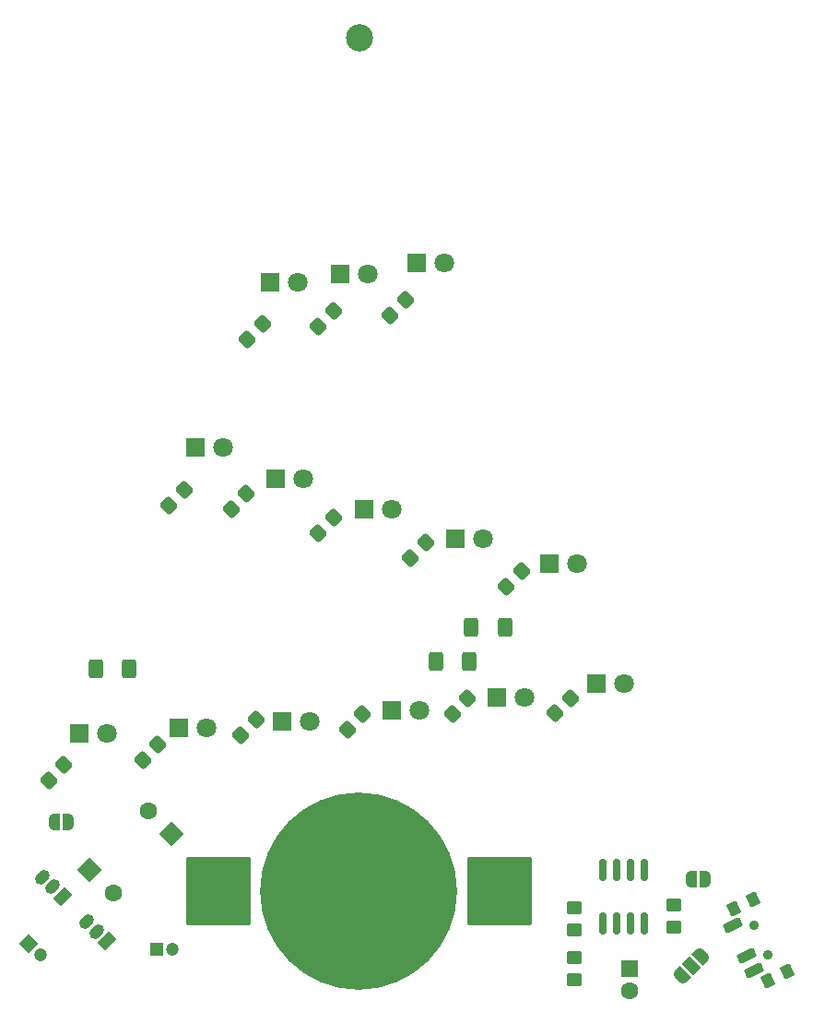
<source format=gbs>
G04 #@! TF.GenerationSoftware,KiCad,Pcbnew,7.0.9*
G04 #@! TF.CreationDate,2023-11-12T20:37:04+01:00*
G04 #@! TF.ProjectId,christmas_ornament_2023,63687269-7374-46d6-9173-5f6f726e616d,1.0*
G04 #@! TF.SameCoordinates,Original*
G04 #@! TF.FileFunction,Soldermask,Bot*
G04 #@! TF.FilePolarity,Negative*
%FSLAX46Y46*%
G04 Gerber Fmt 4.6, Leading zero omitted, Abs format (unit mm)*
G04 Created by KiCad (PCBNEW 7.0.9) date 2023-11-12 20:37:04*
%MOMM*%
%LPD*%
G01*
G04 APERTURE LIST*
G04 Aperture macros list*
%AMRoundRect*
0 Rectangle with rounded corners*
0 $1 Rounding radius*
0 $2 $3 $4 $5 $6 $7 $8 $9 X,Y pos of 4 corners*
0 Add a 4 corners polygon primitive as box body*
4,1,4,$2,$3,$4,$5,$6,$7,$8,$9,$2,$3,0*
0 Add four circle primitives for the rounded corners*
1,1,$1+$1,$2,$3*
1,1,$1+$1,$4,$5*
1,1,$1+$1,$6,$7*
1,1,$1+$1,$8,$9*
0 Add four rect primitives between the rounded corners*
20,1,$1+$1,$2,$3,$4,$5,0*
20,1,$1+$1,$4,$5,$6,$7,0*
20,1,$1+$1,$6,$7,$8,$9,0*
20,1,$1+$1,$8,$9,$2,$3,0*%
%AMHorizOval*
0 Thick line with rounded ends*
0 $1 width*
0 $2 $3 position (X,Y) of the first rounded end (center of the circle)*
0 $4 $5 position (X,Y) of the second rounded end (center of the circle)*
0 Add line between two ends*
20,1,$1,$2,$3,$4,$5,0*
0 Add two circle primitives to create the rounded ends*
1,1,$1,$2,$3*
1,1,$1,$4,$5*%
%AMRotRect*
0 Rectangle, with rotation*
0 The origin of the aperture is its center*
0 $1 length*
0 $2 width*
0 $3 Rotation angle, in degrees counterclockwise*
0 Add horizontal line*
21,1,$1,$2,0,0,$3*%
%AMFreePoly0*
4,1,19,0.500000,-0.750000,0.000000,-0.750000,0.000000,-0.744911,-0.071157,-0.744911,-0.207708,-0.704816,-0.327430,-0.627875,-0.420627,-0.520320,-0.479746,-0.390866,-0.500000,-0.250000,-0.500000,0.250000,-0.479746,0.390866,-0.420627,0.520320,-0.327430,0.627875,-0.207708,0.704816,-0.071157,0.744911,0.000000,0.744911,0.000000,0.750000,0.500000,0.750000,0.500000,-0.750000,0.500000,-0.750000,
$1*%
%AMFreePoly1*
4,1,19,0.000000,0.744911,0.071157,0.744911,0.207708,0.704816,0.327430,0.627875,0.420627,0.520320,0.479746,0.390866,0.500000,0.250000,0.500000,-0.250000,0.479746,-0.390866,0.420627,-0.520320,0.327430,-0.627875,0.207708,-0.704816,0.071157,-0.744911,0.000000,-0.744911,0.000000,-0.750000,-0.500000,-0.750000,-0.500000,0.750000,0.000000,0.750000,0.000000,0.744911,0.000000,0.744911,
$1*%
%AMFreePoly2*
4,1,19,0.550000,-0.750000,0.000000,-0.750000,0.000000,-0.744912,-0.071157,-0.744911,-0.207708,-0.704816,-0.327430,-0.627875,-0.420627,-0.520320,-0.479746,-0.390866,-0.500000,-0.250000,-0.500000,0.250000,-0.479746,0.390866,-0.420627,0.520320,-0.327430,0.627875,-0.207708,0.704816,-0.071157,0.744911,0.000000,0.744912,0.000000,0.750000,0.550000,0.750000,0.550000,-0.750000,0.550000,-0.750000,
$1*%
%AMFreePoly3*
4,1,19,0.000000,0.744912,0.071157,0.744911,0.207708,0.704816,0.327430,0.627875,0.420627,0.520320,0.479746,0.390866,0.500000,0.250000,0.500000,-0.250000,0.479746,-0.390866,0.420627,-0.520320,0.327430,-0.627875,0.207708,-0.704816,0.071157,-0.744911,0.000000,-0.744912,0.000000,-0.750000,-0.550000,-0.750000,-0.550000,0.750000,0.000000,0.750000,0.000000,0.744912,0.000000,0.744912,
$1*%
G04 Aperture macros list end*
%ADD10C,2.500000*%
%ADD11R,1.800000X1.800000*%
%ADD12C,1.800000*%
%ADD13RotRect,1.050000X1.500000X135.000000*%
%ADD14HorizOval,1.050000X0.159099X0.159099X-0.159099X-0.159099X0*%
%ADD15RotRect,1.600000X1.600000X45.000000*%
%ADD16HorizOval,1.600000X0.000000X0.000000X0.000000X0.000000X0*%
%ADD17RotRect,1.600000X1.600000X225.000000*%
%ADD18HorizOval,1.600000X0.000000X0.000000X0.000000X0.000000X0*%
%ADD19R,1.200000X1.200000*%
%ADD20C,1.200000*%
%ADD21RotRect,1.200000X1.200000X315.000000*%
%ADD22R,1.600000X1.600000*%
%ADD23C,1.600000*%
%ADD24RoundRect,0.250000X-0.070711X0.565685X-0.565685X0.070711X0.070711X-0.565685X0.565685X-0.070711X0*%
%ADD25RoundRect,0.250000X0.450000X-0.350000X0.450000X0.350000X-0.450000X0.350000X-0.450000X-0.350000X0*%
%ADD26FreePoly0,180.000000*%
%ADD27FreePoly1,180.000000*%
%ADD28FreePoly0,0.000000*%
%ADD29FreePoly1,0.000000*%
%ADD30RoundRect,0.250000X-0.450000X0.350000X-0.450000X-0.350000X0.450000X-0.350000X0.450000X0.350000X0*%
%ADD31FreePoly2,45.000000*%
%ADD32RotRect,1.000000X1.500000X45.000000*%
%ADD33FreePoly3,45.000000*%
%ADD34RoundRect,0.250000X-0.400000X-0.625000X0.400000X-0.625000X0.400000X0.625000X-0.400000X0.625000X0*%
%ADD35C,18.104000*%
%ADD36RoundRect,0.102000X2.850000X3.050000X-2.850000X3.050000X-2.850000X-3.050000X2.850000X-3.050000X0*%
%ADD37C,0.900000*%
%ADD38RoundRect,0.102000X-0.827647X0.000244X-0.531814X-0.634171X0.827647X-0.000244X0.531814X0.634171X0*%
%ADD39RoundRect,0.102000X-0.573832X0.284107X-0.151214X-0.622201X0.573832X-0.284107X0.151214X0.622201X0*%
%ADD40RoundRect,0.150000X-0.150000X0.825000X-0.150000X-0.825000X0.150000X-0.825000X0.150000X0.825000X0*%
G04 APERTURE END LIST*
D10*
X92583000Y-38735000D03*
D11*
X95504000Y-100457000D03*
D12*
X98044000Y-100457000D03*
D11*
X97785000Y-59436000D03*
D12*
X100325000Y-59436000D03*
D11*
X90805000Y-60452000D03*
D12*
X93345000Y-60452000D03*
D13*
X65278000Y-117602000D03*
D14*
X64379974Y-116703974D03*
X63481949Y-115805949D03*
D11*
X92964000Y-82042000D03*
D12*
X95504000Y-82042000D03*
D11*
X114295000Y-98044000D03*
D12*
X116835000Y-98044000D03*
D13*
X69342000Y-121684051D03*
D14*
X68443974Y-120786025D03*
X67545949Y-119888000D03*
D11*
X85471000Y-101473000D03*
D12*
X88011000Y-101473000D03*
D11*
X77465000Y-76327000D03*
D12*
X80005000Y-76327000D03*
D11*
X105151000Y-99314000D03*
D12*
X107691000Y-99314000D03*
D15*
X67763846Y-115116154D03*
D16*
X73152000Y-109728000D03*
D17*
X75338077Y-111859924D03*
D18*
X69949923Y-117248078D03*
D11*
X66802000Y-102616000D03*
D12*
X69342000Y-102616000D03*
D19*
X73914000Y-122428000D03*
D20*
X75414000Y-122428000D03*
D11*
X101341000Y-84709000D03*
D12*
X103881000Y-84709000D03*
D11*
X75946000Y-102108000D03*
D12*
X78486000Y-102108000D03*
D11*
X109977000Y-86995000D03*
D12*
X112517000Y-86995000D03*
D11*
X84328000Y-61214000D03*
D12*
X86868000Y-61214000D03*
D21*
X62185340Y-121875340D03*
D20*
X63246000Y-122936000D03*
D11*
X84831000Y-79248000D03*
D12*
X87371000Y-79248000D03*
D22*
X117348000Y-124238000D03*
D23*
X117348000Y-126238000D03*
D24*
X102506214Y-99423786D03*
X101092000Y-100838000D03*
D25*
X121412000Y-120396000D03*
X121412000Y-118396000D03*
D24*
X74058214Y-103614786D03*
X72644000Y-105029000D03*
D26*
X124348000Y-115951000D03*
D27*
X123048000Y-115951000D03*
D24*
X83693000Y-65024000D03*
X82278786Y-66438214D03*
X98679000Y-85090000D03*
X97264786Y-86504214D03*
X76471214Y-80246786D03*
X75057000Y-81661000D03*
X65422214Y-105519786D03*
X64008000Y-106934000D03*
D28*
X64515999Y-110744000D03*
D29*
X65815999Y-110744000D03*
D30*
X112268000Y-123206000D03*
X112268000Y-125206000D03*
D24*
X90187214Y-63863786D03*
X88773000Y-65278000D03*
D31*
X122143761Y-124871239D03*
D32*
X123063000Y-123952000D03*
D33*
X123982239Y-123032761D03*
D24*
X96791214Y-62847786D03*
X95377000Y-64262000D03*
D34*
X102818000Y-92837000D03*
X105918000Y-92837000D03*
D24*
X92854214Y-100820786D03*
X91440000Y-102235000D03*
D35*
X92510000Y-117094000D03*
D36*
X105410000Y-117094000D03*
X79610000Y-117094000D03*
D37*
X128774929Y-120200341D03*
X130042783Y-122919265D03*
D38*
X126871926Y-120260192D03*
X128139781Y-122979116D03*
X128773708Y-124338577D03*
D39*
X126991712Y-118659606D03*
X128740886Y-117843953D03*
X131826000Y-124460000D03*
X130076826Y-125275653D03*
D24*
X90187214Y-82786786D03*
X88773000Y-84201000D03*
X82186214Y-80627786D03*
X80772000Y-82042000D03*
X111959107Y-99368893D03*
X110544893Y-100783107D03*
D34*
X68326000Y-96647000D03*
X71426000Y-96647000D03*
D24*
X83075214Y-101328786D03*
X81661000Y-102743000D03*
D40*
X114935000Y-115127000D03*
X116205000Y-115127000D03*
X117475000Y-115127000D03*
X118745000Y-115127000D03*
X118745000Y-120077000D03*
X117475000Y-120077000D03*
X116205000Y-120077000D03*
X114935000Y-120077000D03*
D24*
X107459214Y-87739786D03*
X106045000Y-89154000D03*
D34*
X99568000Y-96012000D03*
X102668000Y-96012000D03*
D30*
X112268000Y-118618000D03*
X112268000Y-120618000D03*
M02*

</source>
